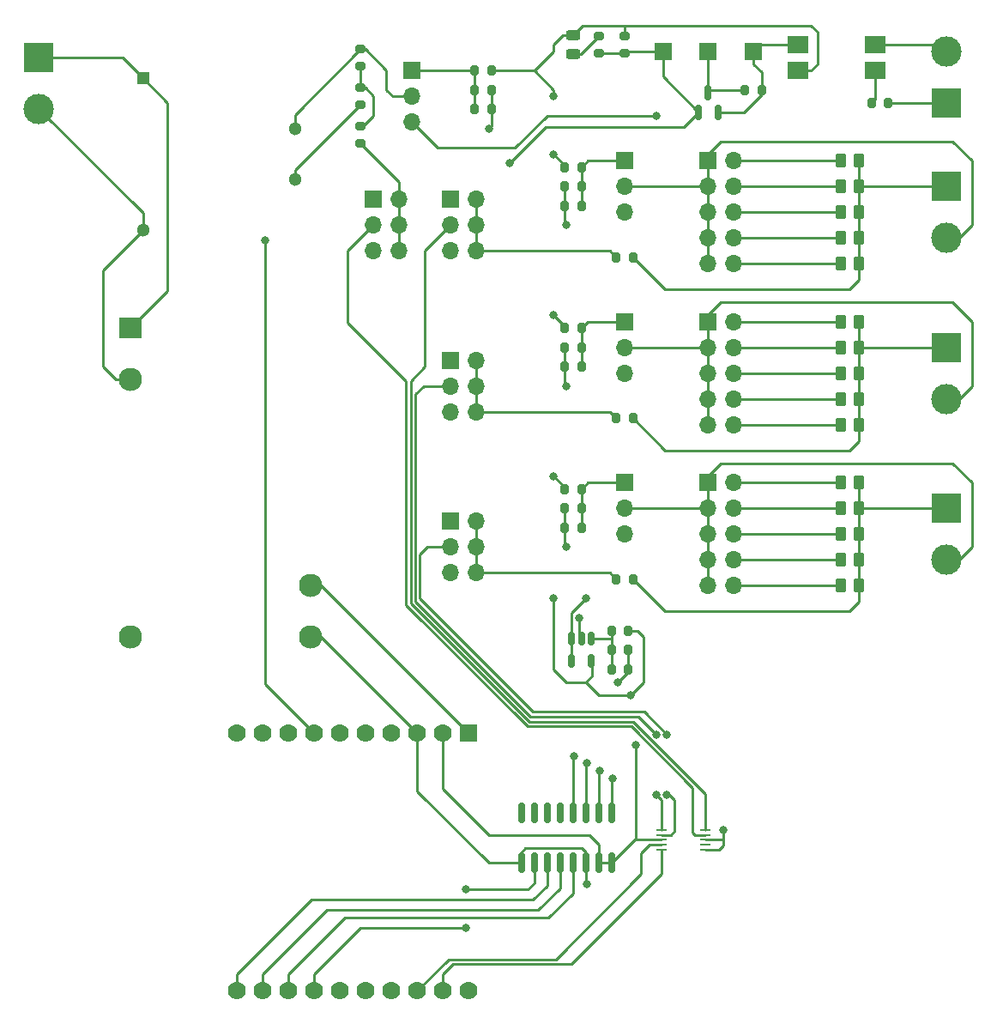
<source format=gtl>
G04 #@! TF.GenerationSoftware,KiCad,Pcbnew,(6.0.0)*
G04 #@! TF.CreationDate,2022-11-23T20:41:05+01:00*
G04 #@! TF.ProjectId,prototype-3,70726f74-6f74-4797-9065-2d332e6b6963,rev?*
G04 #@! TF.SameCoordinates,Original*
G04 #@! TF.FileFunction,Copper,L1,Top*
G04 #@! TF.FilePolarity,Positive*
%FSLAX46Y46*%
G04 Gerber Fmt 4.6, Leading zero omitted, Abs format (unit mm)*
G04 Created by KiCad (PCBNEW (6.0.0)) date 2022-11-23 20:41:05*
%MOMM*%
%LPD*%
G01*
G04 APERTURE LIST*
G04 Aperture macros list*
%AMRoundRect*
0 Rectangle with rounded corners*
0 $1 Rounding radius*
0 $2 $3 $4 $5 $6 $7 $8 $9 X,Y pos of 4 corners*
0 Add a 4 corners polygon primitive as box body*
4,1,4,$2,$3,$4,$5,$6,$7,$8,$9,$2,$3,0*
0 Add four circle primitives for the rounded corners*
1,1,$1+$1,$2,$3*
1,1,$1+$1,$4,$5*
1,1,$1+$1,$6,$7*
1,1,$1+$1,$8,$9*
0 Add four rect primitives between the rounded corners*
20,1,$1+$1,$2,$3,$4,$5,0*
20,1,$1+$1,$4,$5,$6,$7,0*
20,1,$1+$1,$6,$7,$8,$9,0*
20,1,$1+$1,$8,$9,$2,$3,0*%
G04 Aperture macros list end*
G04 #@! TA.AperFunction,SMDPad,CuDef*
%ADD10R,2.000000X1.780000*%
G04 #@! TD*
G04 #@! TA.AperFunction,SMDPad,CuDef*
%ADD11RoundRect,0.200000X-0.200000X-0.275000X0.200000X-0.275000X0.200000X0.275000X-0.200000X0.275000X0*%
G04 #@! TD*
G04 #@! TA.AperFunction,SMDPad,CuDef*
%ADD12RoundRect,0.250000X0.262500X0.450000X-0.262500X0.450000X-0.262500X-0.450000X0.262500X-0.450000X0*%
G04 #@! TD*
G04 #@! TA.AperFunction,SMDPad,CuDef*
%ADD13RoundRect,0.200000X0.200000X0.275000X-0.200000X0.275000X-0.200000X-0.275000X0.200000X-0.275000X0*%
G04 #@! TD*
G04 #@! TA.AperFunction,ComponentPad*
%ADD14R,1.700000X1.700000*%
G04 #@! TD*
G04 #@! TA.AperFunction,ComponentPad*
%ADD15O,1.700000X1.700000*%
G04 #@! TD*
G04 #@! TA.AperFunction,SMDPad,CuDef*
%ADD16RoundRect,0.200000X-0.275000X0.200000X-0.275000X-0.200000X0.275000X-0.200000X0.275000X0.200000X0*%
G04 #@! TD*
G04 #@! TA.AperFunction,SMDPad,CuDef*
%ADD17RoundRect,0.150000X-0.150000X0.825000X-0.150000X-0.825000X0.150000X-0.825000X0.150000X0.825000X0*%
G04 #@! TD*
G04 #@! TA.AperFunction,ComponentPad*
%ADD18R,3.000000X3.000000*%
G04 #@! TD*
G04 #@! TA.AperFunction,ComponentPad*
%ADD19C,3.000000*%
G04 #@! TD*
G04 #@! TA.AperFunction,SMDPad,CuDef*
%ADD20RoundRect,0.200000X0.275000X-0.200000X0.275000X0.200000X-0.275000X0.200000X-0.275000X-0.200000X0*%
G04 #@! TD*
G04 #@! TA.AperFunction,SMDPad,CuDef*
%ADD21RoundRect,0.243750X0.456250X-0.243750X0.456250X0.243750X-0.456250X0.243750X-0.456250X-0.243750X0*%
G04 #@! TD*
G04 #@! TA.AperFunction,SMDPad,CuDef*
%ADD22RoundRect,0.150000X0.150000X-0.587500X0.150000X0.587500X-0.150000X0.587500X-0.150000X-0.587500X0*%
G04 #@! TD*
G04 #@! TA.AperFunction,ComponentPad*
%ADD23R,1.778000X1.778000*%
G04 #@! TD*
G04 #@! TA.AperFunction,ComponentPad*
%ADD24C,1.778000*%
G04 #@! TD*
G04 #@! TA.AperFunction,SMDPad,CuDef*
%ADD25RoundRect,0.150000X-0.150000X0.512500X-0.150000X-0.512500X0.150000X-0.512500X0.150000X0.512500X0*%
G04 #@! TD*
G04 #@! TA.AperFunction,ComponentPad*
%ADD26R,1.300000X1.300000*%
G04 #@! TD*
G04 #@! TA.AperFunction,ComponentPad*
%ADD27C,1.300000*%
G04 #@! TD*
G04 #@! TA.AperFunction,SMDPad,CuDef*
%ADD28R,1.100000X0.250000*%
G04 #@! TD*
G04 #@! TA.AperFunction,ComponentPad*
%ADD29R,2.300000X2.000000*%
G04 #@! TD*
G04 #@! TA.AperFunction,ComponentPad*
%ADD30C,2.300000*%
G04 #@! TD*
G04 #@! TA.AperFunction,ViaPad*
%ADD31C,0.800000*%
G04 #@! TD*
G04 #@! TA.AperFunction,Conductor*
%ADD32C,0.250000*%
G04 #@! TD*
G04 APERTURE END LIST*
D10*
X187960000Y-55880000D03*
X187960000Y-53340000D03*
X180340000Y-53340000D03*
X180340000Y-55880000D03*
D11*
X148400000Y-55880000D03*
X150050000Y-55880000D03*
X161925000Y-111125000D03*
X163575000Y-111125000D03*
D12*
X186332500Y-106680000D03*
X184507500Y-106680000D03*
D11*
X157290000Y-67310000D03*
X158940000Y-67310000D03*
D12*
X186332500Y-80645000D03*
X184507500Y-80645000D03*
D13*
X158940000Y-65405000D03*
X157290000Y-65405000D03*
D11*
X161925000Y-114935000D03*
X163575000Y-114935000D03*
D14*
X138430000Y-68580000D03*
D15*
X140970000Y-68580000D03*
X138430000Y-71120000D03*
X140970000Y-71120000D03*
X138430000Y-73660000D03*
X140970000Y-73660000D03*
D12*
X186332500Y-104140000D03*
X184507500Y-104140000D03*
D16*
X137160000Y-53785000D03*
X137160000Y-55435000D03*
D13*
X158940000Y-69215000D03*
X157290000Y-69215000D03*
D17*
X161925000Y-129097000D03*
X160655000Y-129097000D03*
X159385000Y-129097000D03*
X158115000Y-129097000D03*
X156845000Y-129097000D03*
X155575000Y-129097000D03*
X154305000Y-129097000D03*
X153035000Y-129097000D03*
X153035000Y-134047000D03*
X154305000Y-134047000D03*
X155575000Y-134047000D03*
X156845000Y-134047000D03*
X158115000Y-134047000D03*
X159385000Y-134047000D03*
X160655000Y-134047000D03*
X161925000Y-134047000D03*
D11*
X157290000Y-83185000D03*
X158940000Y-83185000D03*
X175070000Y-57785000D03*
X176720000Y-57785000D03*
D13*
X163575000Y-113030000D03*
X161925000Y-113030000D03*
D11*
X162370000Y-90170000D03*
X164020000Y-90170000D03*
D13*
X158940000Y-81280000D03*
X157290000Y-81280000D03*
D14*
X142240000Y-55895000D03*
D15*
X142240000Y-58435000D03*
X142240000Y-60975000D03*
D18*
X194945000Y-99060000D03*
D19*
X194945000Y-104140000D03*
D20*
X160655000Y-54165000D03*
X160655000Y-52515000D03*
X137160000Y-63055000D03*
X137160000Y-61405000D03*
D12*
X186332500Y-101600000D03*
X184507500Y-101600000D03*
D13*
X158940000Y-85090000D03*
X157290000Y-85090000D03*
D11*
X162370000Y-74295000D03*
X164020000Y-74295000D03*
D12*
X186332500Y-74930000D03*
X184507500Y-74930000D03*
D13*
X158940000Y-100965000D03*
X157290000Y-100965000D03*
D14*
X171450000Y-96520000D03*
D15*
X173990000Y-96520000D03*
X171450000Y-99060000D03*
X173990000Y-99060000D03*
X171450000Y-101600000D03*
X173990000Y-101600000D03*
X171450000Y-104140000D03*
X173990000Y-104140000D03*
X171450000Y-106680000D03*
X173990000Y-106680000D03*
D12*
X186332500Y-99060000D03*
X184507500Y-99060000D03*
D14*
X146045000Y-84470000D03*
D15*
X148585000Y-84470000D03*
X146045000Y-87010000D03*
X148585000Y-87010000D03*
X146045000Y-89550000D03*
X148585000Y-89550000D03*
D12*
X186332500Y-90805000D03*
X184507500Y-90805000D03*
X186332500Y-83185000D03*
X184507500Y-83185000D03*
D21*
X158115000Y-54277500D03*
X158115000Y-52402500D03*
D14*
X146045000Y-100345000D03*
D15*
X148585000Y-100345000D03*
X146045000Y-102885000D03*
X148585000Y-102885000D03*
X146045000Y-105425000D03*
X148585000Y-105425000D03*
D14*
X163195000Y-64770000D03*
D15*
X163195000Y-67310000D03*
X163195000Y-69850000D03*
D14*
X163195000Y-96520000D03*
D15*
X163195000Y-99060000D03*
X163195000Y-101600000D03*
D22*
X170500000Y-59992500D03*
X172400000Y-59992500D03*
X171450000Y-58117500D03*
D23*
X147825000Y-121245000D03*
D24*
X145285000Y-121245000D03*
X142745000Y-121245000D03*
X140205000Y-121245000D03*
X137665000Y-121245000D03*
X135125000Y-121245000D03*
X132585000Y-121245000D03*
X130045000Y-121245000D03*
X127505000Y-121245000D03*
X124965000Y-121245000D03*
X124965000Y-146645000D03*
X127505000Y-146645000D03*
X130045000Y-146645000D03*
X132585000Y-146645000D03*
X135125000Y-146645000D03*
X137665000Y-146645000D03*
X140205000Y-146645000D03*
X142745000Y-146645000D03*
X145285000Y-146645000D03*
X147825000Y-146645000D03*
D20*
X163195000Y-54165000D03*
X163195000Y-52515000D03*
D25*
X159890000Y-111892500D03*
X158940000Y-111892500D03*
X157990000Y-111892500D03*
X157990000Y-114167500D03*
X159890000Y-114167500D03*
D26*
X115690000Y-56635000D03*
D27*
X115690000Y-71635000D03*
X130690000Y-61635000D03*
X130690000Y-66635000D03*
D13*
X189230000Y-59055000D03*
X187580000Y-59055000D03*
X150050000Y-57785000D03*
X148400000Y-57785000D03*
D11*
X162370000Y-106045000D03*
X164020000Y-106045000D03*
D14*
X171450000Y-80645000D03*
D15*
X173990000Y-80645000D03*
X171450000Y-83185000D03*
X173990000Y-83185000D03*
X171450000Y-85725000D03*
X173990000Y-85725000D03*
X171450000Y-88265000D03*
X173990000Y-88265000D03*
X171450000Y-90805000D03*
X173990000Y-90805000D03*
D11*
X148400000Y-59690000D03*
X150050000Y-59690000D03*
D28*
X171187000Y-132775511D03*
X171187000Y-132275511D03*
X171187000Y-131775511D03*
X171187000Y-131275511D03*
X171187000Y-130775511D03*
X166887000Y-130775511D03*
X166887000Y-131275511D03*
X166887000Y-131775511D03*
X166887000Y-132275511D03*
X166887000Y-132775511D03*
D12*
X186332500Y-67310000D03*
X184507500Y-67310000D03*
X186332500Y-72390000D03*
X184507500Y-72390000D03*
X186332500Y-69850000D03*
X184507500Y-69850000D03*
D11*
X157290000Y-99060000D03*
X158940000Y-99060000D03*
D14*
X175895000Y-53975000D03*
D13*
X158940000Y-97155000D03*
X157290000Y-97155000D03*
D18*
X194945000Y-83185000D03*
D19*
X194945000Y-88265000D03*
D14*
X167005000Y-53975000D03*
X171450000Y-64770000D03*
D15*
X173990000Y-64770000D03*
X171450000Y-67310000D03*
X173990000Y-67310000D03*
X171450000Y-69850000D03*
X173990000Y-69850000D03*
X171450000Y-72390000D03*
X173990000Y-72390000D03*
X171450000Y-74930000D03*
X173990000Y-74930000D03*
D14*
X163195000Y-80645000D03*
D15*
X163195000Y-83185000D03*
X163195000Y-85725000D03*
D14*
X171450000Y-53975000D03*
D18*
X194945000Y-67310000D03*
D19*
X194945000Y-72390000D03*
D12*
X186332500Y-88265000D03*
X184507500Y-88265000D03*
D14*
X146045000Y-68595000D03*
D15*
X148585000Y-68595000D03*
X146045000Y-71135000D03*
X148585000Y-71135000D03*
X146045000Y-73675000D03*
X148585000Y-73675000D03*
D18*
X194945000Y-59055000D03*
D19*
X194945000Y-53975000D03*
D12*
X186332500Y-64770000D03*
X184507500Y-64770000D03*
D16*
X137160000Y-57595000D03*
X137160000Y-59245000D03*
D12*
X186332500Y-85725000D03*
X184507500Y-85725000D03*
D29*
X114442500Y-81280000D03*
D30*
X114442500Y-86360000D03*
X114442500Y-111760000D03*
X132222500Y-111760000D03*
X132222500Y-106680000D03*
D18*
X105410000Y-54610000D03*
D19*
X105410000Y-59690000D03*
D12*
X186332500Y-96520000D03*
X184507500Y-96520000D03*
D31*
X157480000Y-86995000D03*
X158750000Y-109855000D03*
X157480000Y-71120000D03*
X162560000Y-116205000D03*
X172974000Y-130810000D03*
X149860000Y-61595000D03*
X157480000Y-102870000D03*
X159512000Y-136144000D03*
X156210000Y-95885000D03*
X156210000Y-80010000D03*
X156210000Y-58420000D03*
X156210000Y-107950000D03*
X164338000Y-122428000D03*
X163830000Y-117475000D03*
X156210000Y-64135000D03*
X151892000Y-65024000D03*
X127762000Y-72644000D03*
X162052000Y-125730000D03*
X160782000Y-124968000D03*
X166374299Y-121407701D03*
X166370000Y-127330511D03*
X159512000Y-124243500D03*
X167386000Y-121412000D03*
X167390299Y-127326212D03*
X158242000Y-123519000D03*
X166370000Y-60325000D03*
X159385000Y-107950000D03*
X147574000Y-140462000D03*
X147574000Y-136652000D03*
D32*
X161925000Y-111125000D02*
X161925000Y-111950000D01*
X159890000Y-111892500D02*
X161867500Y-111892500D01*
X161925000Y-113030000D02*
X161925000Y-114935000D01*
X161867500Y-111892500D02*
X161925000Y-111950000D01*
X161925000Y-111950000D02*
X161925000Y-113030000D01*
X159004000Y-132588000D02*
X153416000Y-132588000D01*
X153035000Y-134047000D02*
X149795000Y-134047000D01*
X133260000Y-111760000D02*
X132222500Y-111760000D01*
X157290000Y-85090000D02*
X157290000Y-86805000D01*
X157290000Y-86805000D02*
X157480000Y-86995000D01*
X142745000Y-121245000D02*
X133260000Y-111760000D01*
X172974000Y-131826000D02*
X172974000Y-130810000D01*
X171450000Y-53975000D02*
X171450000Y-58117500D01*
X149795000Y-134047000D02*
X142745000Y-126997000D01*
X158750000Y-109855000D02*
X158750000Y-111702500D01*
X153416000Y-132588000D02*
X153035000Y-132969000D01*
X163575000Y-114935000D02*
X163575000Y-115190000D01*
X159385000Y-132969000D02*
X159004000Y-132588000D01*
X171782500Y-57785000D02*
X171450000Y-58117500D01*
X157290000Y-69215000D02*
X157290000Y-70930000D01*
X172532489Y-132775511D02*
X172974000Y-132334000D01*
X158750000Y-111702500D02*
X158940000Y-111892500D01*
X159385000Y-134047000D02*
X159385000Y-136017000D01*
X157290000Y-83185000D02*
X157290000Y-85090000D01*
X142745000Y-126997000D02*
X142745000Y-121245000D01*
X163575000Y-113030000D02*
X163575000Y-114935000D01*
X150050000Y-57785000D02*
X150050000Y-59690000D01*
X172974000Y-132334000D02*
X172974000Y-131826000D01*
X157290000Y-70930000D02*
X157480000Y-71120000D01*
X159385000Y-136017000D02*
X159512000Y-136144000D01*
X159385000Y-134047000D02*
X159385000Y-132969000D01*
X150050000Y-61405000D02*
X149860000Y-61595000D01*
X153035000Y-132969000D02*
X153035000Y-134047000D01*
X157290000Y-100965000D02*
X157290000Y-102680000D01*
X163575000Y-115190000D02*
X162560000Y-116205000D01*
X157290000Y-67310000D02*
X157290000Y-69215000D01*
X157290000Y-102680000D02*
X157480000Y-102870000D01*
X175070000Y-57785000D02*
X171782500Y-57785000D01*
X172923511Y-131775511D02*
X172974000Y-131826000D01*
X157290000Y-99060000D02*
X157290000Y-100965000D01*
X171187000Y-132775511D02*
X172532489Y-132775511D01*
X171187000Y-131775511D02*
X172923511Y-131775511D01*
X150050000Y-59690000D02*
X150050000Y-61405000D01*
X148385000Y-55895000D02*
X142240000Y-55895000D01*
X148400000Y-57785000D02*
X148400000Y-55880000D01*
X148400000Y-59690000D02*
X148400000Y-57785000D01*
X148400000Y-55880000D02*
X148385000Y-55895000D01*
X133260000Y-106680000D02*
X132222500Y-106680000D01*
X147825000Y-121245000D02*
X133260000Y-106680000D01*
X160655000Y-117475000D02*
X163830000Y-117475000D01*
X160020000Y-115570000D02*
X160020000Y-114297500D01*
X156210000Y-53975000D02*
X156210000Y-53340000D01*
X163195000Y-51435000D02*
X159082500Y-51435000D01*
X159082500Y-51435000D02*
X158115000Y-52402500D01*
X157290000Y-81090000D02*
X156210000Y-80010000D01*
X160655000Y-117475000D02*
X159385000Y-116205000D01*
X181610000Y-51435000D02*
X182245000Y-52070000D01*
X163195000Y-52515000D02*
X163195000Y-51435000D01*
X166887000Y-131775511D02*
X164196489Y-131775511D01*
X159385000Y-116205000D02*
X157480000Y-116205000D01*
X163830000Y-117475000D02*
X165100000Y-116205000D01*
X154305000Y-55880000D02*
X156210000Y-57785000D01*
X157290000Y-65405000D02*
X157290000Y-65215000D01*
X164196489Y-131775511D02*
X161925000Y-134047000D01*
X157290000Y-65215000D02*
X156210000Y-64135000D01*
X164465000Y-111125000D02*
X165100000Y-111760000D01*
X159766000Y-131318000D02*
X149860000Y-131318000D01*
X156210000Y-57785000D02*
X156210000Y-58420000D01*
X156210000Y-53340000D02*
X157147500Y-52402500D01*
X164338000Y-131634000D02*
X164338000Y-122428000D01*
X145285000Y-126743000D02*
X145285000Y-121245000D01*
X159385000Y-116205000D02*
X160020000Y-115570000D01*
X160655000Y-134047000D02*
X160655000Y-132207000D01*
X160655000Y-132207000D02*
X159766000Y-131318000D01*
X149860000Y-131318000D02*
X145285000Y-126743000D01*
X154305000Y-55880000D02*
X156210000Y-53975000D01*
X157290000Y-96965000D02*
X156210000Y-95885000D01*
X163575000Y-111125000D02*
X164465000Y-111125000D01*
X157480000Y-116205000D02*
X156210000Y-114935000D01*
X182245000Y-55245000D02*
X181610000Y-55880000D01*
X157290000Y-97155000D02*
X157290000Y-96965000D01*
X156210000Y-107950000D02*
X156210000Y-114935000D01*
X165100000Y-111760000D02*
X165100000Y-116205000D01*
X160655000Y-134047000D02*
X161925000Y-134047000D01*
X164196489Y-131775511D02*
X164338000Y-131634000D01*
X160020000Y-114297500D02*
X159890000Y-114167500D01*
X157290000Y-81280000D02*
X157290000Y-81090000D01*
X182245000Y-52070000D02*
X182245000Y-55245000D01*
X163195000Y-51435000D02*
X181610000Y-51435000D01*
X150050000Y-55880000D02*
X154305000Y-55880000D01*
X181610000Y-55880000D02*
X180340000Y-55880000D01*
X157147500Y-52402500D02*
X158115000Y-52402500D01*
X163195000Y-64770000D02*
X159575000Y-64770000D01*
X158940000Y-67310000D02*
X158940000Y-65405000D01*
X158940000Y-69215000D02*
X158940000Y-67310000D01*
X159575000Y-64770000D02*
X158940000Y-65405000D01*
X158940000Y-83185000D02*
X158940000Y-81280000D01*
X158940000Y-85090000D02*
X158940000Y-83185000D01*
X163195000Y-80645000D02*
X159575000Y-80645000D01*
X159575000Y-80645000D02*
X158940000Y-81280000D01*
X163195000Y-96520000D02*
X159575000Y-96520000D01*
X159575000Y-96520000D02*
X158940000Y-97155000D01*
X158940000Y-100965000D02*
X158940000Y-99060000D01*
X158940000Y-99060000D02*
X158940000Y-97155000D01*
X118110000Y-77612500D02*
X118110000Y-59055000D01*
X118110000Y-59055000D02*
X115690000Y-56635000D01*
X113665000Y-54610000D02*
X115690000Y-56635000D01*
X114442500Y-81280000D02*
X118110000Y-77612500D01*
X105410000Y-54610000D02*
X113665000Y-54610000D01*
X113030000Y-86360000D02*
X114442500Y-86360000D01*
X111760000Y-85090000D02*
X113030000Y-86360000D01*
X105410000Y-59690000D02*
X115690000Y-69970000D01*
X115690000Y-69970000D02*
X115690000Y-71635000D01*
X111760000Y-75565000D02*
X111760000Y-85090000D01*
X115690000Y-71635000D02*
X111760000Y-75565000D01*
X194945000Y-59055000D02*
X189230000Y-59055000D01*
X148585000Y-100345000D02*
X148585000Y-102885000D01*
X162370000Y-106045000D02*
X161750000Y-105425000D01*
X148585000Y-102885000D02*
X148585000Y-105425000D01*
X161750000Y-105425000D02*
X148585000Y-105425000D01*
X158115000Y-54277500D02*
X158892500Y-54277500D01*
X158892500Y-54277500D02*
X160655000Y-52515000D01*
X127762000Y-72644000D02*
X127762000Y-116422000D01*
X167005000Y-53975000D02*
X163385000Y-53975000D01*
X167005000Y-56497500D02*
X170500000Y-59992500D01*
X155448000Y-61468000D02*
X151892000Y-65024000D01*
X163385000Y-53975000D02*
X163195000Y-54165000D01*
X155448000Y-61468000D02*
X169024500Y-61468000D01*
X167005000Y-53975000D02*
X167005000Y-56497500D01*
X170500000Y-59992500D02*
X169024500Y-61468000D01*
X127762000Y-116422000D02*
X132585000Y-121245000D01*
X160655000Y-54165000D02*
X163195000Y-54165000D01*
X176720000Y-58230000D02*
X176720000Y-57785000D01*
X174957500Y-59992500D02*
X176720000Y-58230000D01*
X180340000Y-53340000D02*
X176530000Y-53340000D01*
X172400000Y-59992500D02*
X174957500Y-59992500D01*
X175895000Y-53975000D02*
X175895000Y-55245000D01*
X176720000Y-56070000D02*
X176720000Y-57785000D01*
X175895000Y-55245000D02*
X176720000Y-56070000D01*
X176530000Y-53340000D02*
X175895000Y-53975000D01*
X187960000Y-53340000D02*
X194310000Y-53340000D01*
X194310000Y-53340000D02*
X194945000Y-53975000D01*
X163897802Y-120591520D02*
X153610085Y-120591520D01*
X169926000Y-131064000D02*
X170137511Y-131275511D01*
X135890000Y-80772000D02*
X135890000Y-73660000D01*
X169926000Y-126619718D02*
X169926000Y-131064000D01*
X170137511Y-131275511D02*
X171187000Y-131275511D01*
X153610085Y-120591520D02*
X141653440Y-108634876D01*
X141653440Y-86535440D02*
X135890000Y-80772000D01*
X135890000Y-73660000D02*
X138430000Y-71120000D01*
X141653440Y-108634876D02*
X141653440Y-86535440D01*
X169926000Y-126619718D02*
X163897802Y-120591520D01*
X161925000Y-125857000D02*
X162052000Y-125730000D01*
X161925000Y-129097000D02*
X161925000Y-125857000D01*
X171187000Y-127245000D02*
X171187000Y-130775511D01*
X142102960Y-86517538D02*
X142102960Y-108448678D01*
X143510000Y-85110498D02*
X142102960Y-86517538D01*
X164084000Y-120142000D02*
X171187000Y-127245000D01*
X143510000Y-73670000D02*
X143510000Y-85110498D01*
X142102960Y-108448678D02*
X153796282Y-120142000D01*
X146045000Y-71135000D02*
X143510000Y-73670000D01*
X153796282Y-120142000D02*
X164084000Y-120142000D01*
X160655000Y-129097000D02*
X160655000Y-125095000D01*
X160655000Y-125095000D02*
X160782000Y-124968000D01*
X154178000Y-137668000D02*
X155575000Y-136271000D01*
X124965000Y-146645000D02*
X124965000Y-145037000D01*
X124965000Y-145037000D02*
X132334000Y-137668000D01*
X155575000Y-136271000D02*
X155575000Y-134047000D01*
X132334000Y-137668000D02*
X154178000Y-137668000D01*
X154686000Y-138684000D02*
X156845000Y-136525000D01*
X133858000Y-138684000D02*
X154686000Y-138684000D01*
X156845000Y-136525000D02*
X156845000Y-134047000D01*
X127505000Y-146645000D02*
X127505000Y-145037000D01*
X127505000Y-145037000D02*
X133858000Y-138684000D01*
X135636000Y-139446000D02*
X155702000Y-139446000D01*
X130045000Y-145037000D02*
X135636000Y-139446000D01*
X155702000Y-139446000D02*
X158115000Y-137033000D01*
X130045000Y-146645000D02*
X130045000Y-145037000D01*
X158115000Y-137033000D02*
X158115000Y-134047000D01*
X137160000Y-63055000D02*
X140970000Y-66865000D01*
X140970000Y-73660000D02*
X140970000Y-71120000D01*
X140970000Y-66865000D02*
X140970000Y-68580000D01*
X140970000Y-68580000D02*
X140970000Y-71120000D01*
X148585000Y-84470000D02*
X148585000Y-87010000D01*
X161750000Y-89550000D02*
X148585000Y-89550000D01*
X162370000Y-90170000D02*
X161750000Y-89550000D01*
X148585000Y-87010000D02*
X148585000Y-89550000D01*
X148585000Y-71135000D02*
X148585000Y-73675000D01*
X161750000Y-73675000D02*
X148585000Y-73675000D01*
X148585000Y-68595000D02*
X148585000Y-71135000D01*
X162370000Y-74295000D02*
X161750000Y-73675000D01*
X166365701Y-121407701D02*
X166374299Y-121407701D01*
X164592000Y-119634000D02*
X166365701Y-121407701D01*
X142552480Y-108262480D02*
X153924000Y-119634000D01*
X142552480Y-87825520D02*
X142552480Y-108262480D01*
X143368000Y-87010000D02*
X142552480Y-87825520D01*
X146045000Y-87010000D02*
X143368000Y-87010000D01*
X166887000Y-127847511D02*
X166887000Y-130775511D01*
X153924000Y-119634000D02*
X164592000Y-119634000D01*
X166370000Y-127330511D02*
X166887000Y-127847511D01*
X159385000Y-129097000D02*
X159385000Y-124370500D01*
X159385000Y-124370500D02*
X159512000Y-124243500D01*
X167386000Y-121394788D02*
X167386000Y-121412000D01*
X165117212Y-119126000D02*
X167386000Y-121394788D01*
X143002000Y-107950000D02*
X154178000Y-119126000D01*
X143002000Y-103632000D02*
X143002000Y-107950000D01*
X167390299Y-127326212D02*
X167635701Y-127326212D01*
X154178000Y-119126000D02*
X165117212Y-119126000D01*
X143749000Y-102885000D02*
X143002000Y-103632000D01*
X167759000Y-131275511D02*
X166887000Y-131275511D01*
X146045000Y-102885000D02*
X143749000Y-102885000D01*
X167635701Y-127326212D02*
X168148000Y-127838511D01*
X168148000Y-130886511D02*
X167759000Y-131275511D01*
X168148000Y-127838511D02*
X168148000Y-130886511D01*
X158115000Y-123646000D02*
X158242000Y-123519000D01*
X158115000Y-129097000D02*
X158115000Y-123646000D01*
X130690000Y-60255000D02*
X130690000Y-61635000D01*
X137160000Y-53785000D02*
X130690000Y-60255000D01*
X137605000Y-53785000D02*
X139700000Y-55880000D01*
X140350000Y-58435000D02*
X142240000Y-58435000D01*
X137160000Y-53785000D02*
X137605000Y-53785000D01*
X139700000Y-57785000D02*
X140350000Y-58435000D01*
X139700000Y-55880000D02*
X139700000Y-57785000D01*
X155575000Y-60325000D02*
X166370000Y-60325000D01*
X144765000Y-63500000D02*
X152400000Y-63500000D01*
X157990000Y-111892500D02*
X157990000Y-109345000D01*
X157990000Y-109345000D02*
X159385000Y-107950000D01*
X157990000Y-114167500D02*
X157990000Y-111892500D01*
X152400000Y-63500000D02*
X155575000Y-60325000D01*
X142240000Y-60975000D02*
X144765000Y-63500000D01*
X171450000Y-64770000D02*
X171450000Y-67310000D01*
X171450000Y-67310000D02*
X171450000Y-69850000D01*
X194945000Y-72390000D02*
X196215000Y-72390000D01*
X195580000Y-62865000D02*
X172720000Y-62865000D01*
X196215000Y-72390000D02*
X197485000Y-71120000D01*
X197485000Y-64770000D02*
X195580000Y-62865000D01*
X197485000Y-71120000D02*
X197485000Y-64770000D01*
X171450000Y-64135000D02*
X171450000Y-64770000D01*
X171450000Y-72390000D02*
X171450000Y-74930000D01*
X172720000Y-62865000D02*
X171450000Y-64135000D01*
X171450000Y-69850000D02*
X171450000Y-72390000D01*
X171450000Y-67310000D02*
X163195000Y-67310000D01*
X172720000Y-78740000D02*
X171450000Y-80010000D01*
X171450000Y-80645000D02*
X171450000Y-83185000D01*
X197485000Y-80645000D02*
X195580000Y-78740000D01*
X196215000Y-88265000D02*
X197485000Y-86995000D01*
X171450000Y-85725000D02*
X171450000Y-88265000D01*
X194945000Y-88265000D02*
X196215000Y-88265000D01*
X171450000Y-83185000D02*
X163195000Y-83185000D01*
X171450000Y-80010000D02*
X171450000Y-80645000D01*
X171450000Y-88265000D02*
X171450000Y-90805000D01*
X195580000Y-78740000D02*
X172720000Y-78740000D01*
X197485000Y-86995000D02*
X197485000Y-80645000D01*
X171450000Y-83185000D02*
X171450000Y-85725000D01*
X171450000Y-99060000D02*
X163195000Y-99060000D01*
X171450000Y-96520000D02*
X171450000Y-99060000D01*
X195580000Y-94615000D02*
X172720000Y-94615000D01*
X171450000Y-104140000D02*
X171450000Y-106680000D01*
X171450000Y-95885000D02*
X171450000Y-96520000D01*
X197485000Y-96520000D02*
X195580000Y-94615000D01*
X172720000Y-94615000D02*
X171450000Y-95885000D01*
X197485000Y-102870000D02*
X197485000Y-96520000D01*
X171450000Y-101600000D02*
X171450000Y-104140000D01*
X171450000Y-99060000D02*
X171450000Y-101600000D01*
X194945000Y-104140000D02*
X196215000Y-104140000D01*
X196215000Y-104140000D02*
X197485000Y-102870000D01*
X173990000Y-64770000D02*
X184507500Y-64770000D01*
X184507500Y-67310000D02*
X173990000Y-67310000D01*
X173990000Y-69850000D02*
X184507500Y-69850000D01*
X184507500Y-72390000D02*
X173990000Y-72390000D01*
X173990000Y-74930000D02*
X184507500Y-74930000D01*
X173990000Y-80645000D02*
X184507500Y-80645000D01*
X184507500Y-83185000D02*
X173990000Y-83185000D01*
X173990000Y-85725000D02*
X184507500Y-85725000D01*
X184507500Y-88265000D02*
X173990000Y-88265000D01*
X173990000Y-90805000D02*
X184507500Y-90805000D01*
X173990000Y-96520000D02*
X184507500Y-96520000D01*
X184507500Y-99060000D02*
X173990000Y-99060000D01*
X173990000Y-101600000D02*
X184507500Y-101600000D01*
X184507500Y-104140000D02*
X173990000Y-104140000D01*
X173990000Y-106680000D02*
X184507500Y-106680000D01*
X186332500Y-72390000D02*
X186332500Y-74930000D01*
X185420000Y-77470000D02*
X167195000Y-77470000D01*
X194945000Y-67310000D02*
X186332500Y-67310000D01*
X186332500Y-64770000D02*
X186332500Y-67310000D01*
X186332500Y-67310000D02*
X186332500Y-69850000D01*
X186332500Y-74930000D02*
X186332500Y-76557500D01*
X167195000Y-77470000D02*
X164020000Y-74295000D01*
X186332500Y-69850000D02*
X186332500Y-72390000D01*
X186332500Y-76557500D02*
X185420000Y-77470000D01*
X186332500Y-80645000D02*
X186332500Y-83185000D01*
X186332500Y-85725000D02*
X186332500Y-88265000D01*
X186332500Y-92432500D02*
X185420000Y-93345000D01*
X186332500Y-83185000D02*
X186332500Y-85725000D01*
X185420000Y-93345000D02*
X167195000Y-93345000D01*
X186332500Y-88265000D02*
X186332500Y-90805000D01*
X167195000Y-93345000D02*
X164020000Y-90170000D01*
X186332500Y-90805000D02*
X186332500Y-92432500D01*
X194945000Y-83185000D02*
X186332500Y-83185000D01*
X186332500Y-96520000D02*
X186332500Y-99060000D01*
X186332500Y-104140000D02*
X186332500Y-106680000D01*
X185420000Y-109220000D02*
X167195000Y-109220000D01*
X186332500Y-101600000D02*
X186332500Y-104140000D01*
X167195000Y-109220000D02*
X164020000Y-106045000D01*
X186332500Y-108307500D02*
X185420000Y-109220000D01*
X186332500Y-99060000D02*
X186332500Y-101600000D01*
X186332500Y-106680000D02*
X186332500Y-108307500D01*
X194945000Y-99060000D02*
X186332500Y-99060000D01*
X187960000Y-55880000D02*
X187960000Y-58675000D01*
X187960000Y-58675000D02*
X187580000Y-59055000D01*
X137160000Y-57595000D02*
X137605000Y-57595000D01*
X137605000Y-57595000D02*
X138430000Y-58420000D01*
X137350000Y-61405000D02*
X137160000Y-61405000D01*
X138430000Y-58420000D02*
X138430000Y-60325000D01*
X138430000Y-60325000D02*
X137350000Y-61405000D01*
X137160000Y-55435000D02*
X137160000Y-57595000D01*
X137160000Y-59245000D02*
X130690000Y-65715000D01*
X130690000Y-65715000D02*
X130690000Y-66635000D01*
X132585000Y-146645000D02*
X132585000Y-145037000D01*
X137160000Y-140462000D02*
X147574000Y-140462000D01*
X154305000Y-136017000D02*
X153670000Y-136652000D01*
X153670000Y-136652000D02*
X147574000Y-136652000D01*
X132585000Y-145037000D02*
X137160000Y-140462000D01*
X154305000Y-134047000D02*
X154305000Y-136017000D01*
X166887000Y-132275511D02*
X165666489Y-132275511D01*
X164846000Y-133096000D02*
X164846000Y-135128000D01*
X145821520Y-143568480D02*
X142745000Y-146645000D01*
X156405520Y-143568480D02*
X145821520Y-143568480D01*
X165666489Y-132275511D02*
X164846000Y-133096000D01*
X164846000Y-135128000D02*
X156405520Y-143568480D01*
X145285000Y-145037000D02*
X145285000Y-146645000D01*
X166887000Y-132775511D02*
X166887000Y-135119000D01*
X157988000Y-144018000D02*
X146304000Y-144018000D01*
X166887000Y-135119000D02*
X157988000Y-144018000D01*
X146304000Y-144018000D02*
X145285000Y-145037000D01*
M02*

</source>
